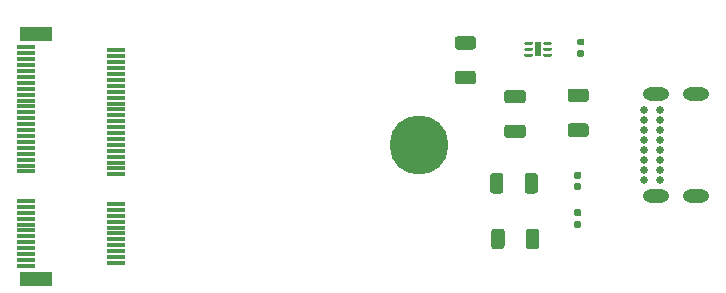
<source format=gbr>
%TF.GenerationSoftware,KiCad,Pcbnew,(5.1.10)-1*%
%TF.CreationDate,2021-11-29T10:36:54-06:00*%
%TF.ProjectId,m2-USBC-Adapter,6d322d55-5342-4432-9d41-646170746572,rev?*%
%TF.SameCoordinates,Original*%
%TF.FileFunction,Soldermask,Top*%
%TF.FilePolarity,Negative*%
%FSLAX46Y46*%
G04 Gerber Fmt 4.6, Leading zero omitted, Abs format (unit mm)*
G04 Created by KiCad (PCBNEW (5.1.10)-1) date 2021-11-29 10:36:54*
%MOMM*%
%LPD*%
G01*
G04 APERTURE LIST*
%ADD10R,0.500000X1.260000*%
%ADD11R,2.750000X1.200000*%
%ADD12R,1.550000X0.300000*%
%ADD13O,2.216000X1.108000*%
%ADD14C,0.650000*%
%ADD15C,5.000000*%
G04 APERTURE END LIST*
D10*
%TO.C,U1*%
X124250000Y-86400000D03*
G36*
G01*
X123800000Y-86837500D02*
X123800000Y-86962500D01*
G75*
G02*
X123737500Y-87025000I-62500J0D01*
G01*
X123162500Y-87025000D01*
G75*
G02*
X123100000Y-86962500I0J62500D01*
G01*
X123100000Y-86837500D01*
G75*
G02*
X123162500Y-86775000I62500J0D01*
G01*
X123737500Y-86775000D01*
G75*
G02*
X123800000Y-86837500I0J-62500D01*
G01*
G37*
G36*
G01*
X123800000Y-86337500D02*
X123800000Y-86462500D01*
G75*
G02*
X123737500Y-86525000I-62500J0D01*
G01*
X123162500Y-86525000D01*
G75*
G02*
X123100000Y-86462500I0J62500D01*
G01*
X123100000Y-86337500D01*
G75*
G02*
X123162500Y-86275000I62500J0D01*
G01*
X123737500Y-86275000D01*
G75*
G02*
X123800000Y-86337500I0J-62500D01*
G01*
G37*
G36*
G01*
X123800000Y-85837500D02*
X123800000Y-85962500D01*
G75*
G02*
X123737500Y-86025000I-62500J0D01*
G01*
X123162500Y-86025000D01*
G75*
G02*
X123100000Y-85962500I0J62500D01*
G01*
X123100000Y-85837500D01*
G75*
G02*
X123162500Y-85775000I62500J0D01*
G01*
X123737500Y-85775000D01*
G75*
G02*
X123800000Y-85837500I0J-62500D01*
G01*
G37*
G36*
G01*
X125400000Y-85837500D02*
X125400000Y-85962500D01*
G75*
G02*
X125337500Y-86025000I-62500J0D01*
G01*
X124762500Y-86025000D01*
G75*
G02*
X124700000Y-85962500I0J62500D01*
G01*
X124700000Y-85837500D01*
G75*
G02*
X124762500Y-85775000I62500J0D01*
G01*
X125337500Y-85775000D01*
G75*
G02*
X125400000Y-85837500I0J-62500D01*
G01*
G37*
G36*
G01*
X125400000Y-86337500D02*
X125400000Y-86462500D01*
G75*
G02*
X125337500Y-86525000I-62500J0D01*
G01*
X124762500Y-86525000D01*
G75*
G02*
X124700000Y-86462500I0J62500D01*
G01*
X124700000Y-86337500D01*
G75*
G02*
X124762500Y-86275000I62500J0D01*
G01*
X125337500Y-86275000D01*
G75*
G02*
X125400000Y-86337500I0J-62500D01*
G01*
G37*
G36*
G01*
X125400000Y-86837500D02*
X125400000Y-86962500D01*
G75*
G02*
X125337500Y-87025000I-62500J0D01*
G01*
X124762500Y-87025000D01*
G75*
G02*
X124700000Y-86962500I0J62500D01*
G01*
X124700000Y-86837500D01*
G75*
G02*
X124762500Y-86775000I62500J0D01*
G01*
X125337500Y-86775000D01*
G75*
G02*
X125400000Y-86837500I0J-62500D01*
G01*
G37*
%TD*%
%TO.C,R2*%
G36*
G01*
X123112500Y-98375001D02*
X123112500Y-97124999D01*
G75*
G02*
X123362499Y-96875000I249999J0D01*
G01*
X123987501Y-96875000D01*
G75*
G02*
X124237500Y-97124999I0J-249999D01*
G01*
X124237500Y-98375001D01*
G75*
G02*
X123987501Y-98625000I-249999J0D01*
G01*
X123362499Y-98625000D01*
G75*
G02*
X123112500Y-98375001I0J249999D01*
G01*
G37*
G36*
G01*
X120187500Y-98375001D02*
X120187500Y-97124999D01*
G75*
G02*
X120437499Y-96875000I249999J0D01*
G01*
X121062501Y-96875000D01*
G75*
G02*
X121312500Y-97124999I0J-249999D01*
G01*
X121312500Y-98375001D01*
G75*
G02*
X121062501Y-98625000I-249999J0D01*
G01*
X120437499Y-98625000D01*
G75*
G02*
X120187500Y-98375001I0J249999D01*
G01*
G37*
%TD*%
%TO.C,R1*%
G36*
G01*
X123212500Y-103075001D02*
X123212500Y-101824999D01*
G75*
G02*
X123462499Y-101575000I249999J0D01*
G01*
X124087501Y-101575000D01*
G75*
G02*
X124337500Y-101824999I0J-249999D01*
G01*
X124337500Y-103075001D01*
G75*
G02*
X124087501Y-103325000I-249999J0D01*
G01*
X123462499Y-103325000D01*
G75*
G02*
X123212500Y-103075001I0J249999D01*
G01*
G37*
G36*
G01*
X120287500Y-103075001D02*
X120287500Y-101824999D01*
G75*
G02*
X120537499Y-101575000I249999J0D01*
G01*
X121162501Y-101575000D01*
G75*
G02*
X121412500Y-101824999I0J-249999D01*
G01*
X121412500Y-103075001D01*
G75*
G02*
X121162501Y-103325000I-249999J0D01*
G01*
X120537499Y-103325000D01*
G75*
G02*
X120287500Y-103075001I0J249999D01*
G01*
G37*
%TD*%
D11*
%TO.C,J2*%
X81710000Y-85140000D03*
X81710000Y-105840000D03*
D12*
X80935000Y-86240000D03*
X88485000Y-86490000D03*
X80935000Y-86740000D03*
X88485000Y-86990000D03*
X80935000Y-87240000D03*
X88485000Y-87490000D03*
X80935000Y-87740000D03*
X88485000Y-87990000D03*
X80935000Y-88240000D03*
X88485000Y-88490000D03*
X80935000Y-88740000D03*
X88485000Y-88990000D03*
X80935000Y-89240000D03*
X88485000Y-89490000D03*
X80935000Y-89740000D03*
X88485000Y-89990000D03*
X80935000Y-90240000D03*
X88485000Y-90490000D03*
X80935000Y-90740000D03*
X88485000Y-90990000D03*
X80935000Y-91240000D03*
X88485000Y-91490000D03*
X80935000Y-91740000D03*
X88485000Y-91990000D03*
X80935000Y-92240000D03*
X88485000Y-92490000D03*
X80935000Y-92740000D03*
X88485000Y-92990000D03*
X80935000Y-93240000D03*
X88485000Y-93490000D03*
X80935000Y-93740000D03*
X88485000Y-93990000D03*
X80935000Y-94240000D03*
X88485000Y-94490000D03*
X80935000Y-94740000D03*
X88485000Y-94990000D03*
X80935000Y-95240000D03*
X88485000Y-95490000D03*
X80935000Y-95740000D03*
X88485000Y-95990000D03*
X80935000Y-96240000D03*
X88485000Y-96490000D03*
X80935000Y-96740000D03*
X88485000Y-96990000D03*
X80935000Y-99240000D03*
X88485000Y-99490000D03*
X80935000Y-99740000D03*
X88485000Y-99990000D03*
X80935000Y-100240000D03*
X88485000Y-100490000D03*
X80935000Y-100740000D03*
X88485000Y-100990000D03*
X80935000Y-101240000D03*
X88485000Y-101490000D03*
X80935000Y-101740000D03*
X88485000Y-101990000D03*
X80935000Y-102240000D03*
X88485000Y-102490000D03*
X80935000Y-102740000D03*
X88485000Y-102990000D03*
X80935000Y-103240000D03*
X88485000Y-103490000D03*
X80935000Y-103740000D03*
X88485000Y-103990000D03*
X80935000Y-104240000D03*
X88485000Y-104490000D03*
X80935000Y-104740000D03*
%TD*%
D13*
%TO.C,J1*%
X137585000Y-98815000D03*
X137585000Y-90165000D03*
X134205000Y-90165000D03*
X134205000Y-98815000D03*
D14*
X134575000Y-97465000D03*
X134575000Y-96615000D03*
X134575000Y-95765000D03*
X134575000Y-94915000D03*
X134575000Y-94065000D03*
X134575000Y-93215000D03*
X134575000Y-92365000D03*
X134575000Y-91515000D03*
X133225000Y-91515000D03*
X133225000Y-92365000D03*
X133225000Y-93215000D03*
X133225000Y-94065000D03*
X133225000Y-94915000D03*
X133225000Y-95765000D03*
X133225000Y-96615000D03*
X133225000Y-97465000D03*
%TD*%
D15*
%TO.C,H1*%
X114150000Y-94500000D03*
%TD*%
%TO.C,D3*%
G36*
G01*
X127427500Y-97725000D02*
X127772500Y-97725000D01*
G75*
G02*
X127920000Y-97872500I0J-147500D01*
G01*
X127920000Y-98167500D01*
G75*
G02*
X127772500Y-98315000I-147500J0D01*
G01*
X127427500Y-98315000D01*
G75*
G02*
X127280000Y-98167500I0J147500D01*
G01*
X127280000Y-97872500D01*
G75*
G02*
X127427500Y-97725000I147500J0D01*
G01*
G37*
G36*
G01*
X127427500Y-96755000D02*
X127772500Y-96755000D01*
G75*
G02*
X127920000Y-96902500I0J-147500D01*
G01*
X127920000Y-97197500D01*
G75*
G02*
X127772500Y-97345000I-147500J0D01*
G01*
X127427500Y-97345000D01*
G75*
G02*
X127280000Y-97197500I0J147500D01*
G01*
X127280000Y-96902500D01*
G75*
G02*
X127427500Y-96755000I147500J0D01*
G01*
G37*
%TD*%
%TO.C,D2*%
G36*
G01*
X127772500Y-100545000D02*
X127427500Y-100545000D01*
G75*
G02*
X127280000Y-100397500I0J147500D01*
G01*
X127280000Y-100102500D01*
G75*
G02*
X127427500Y-99955000I147500J0D01*
G01*
X127772500Y-99955000D01*
G75*
G02*
X127920000Y-100102500I0J-147500D01*
G01*
X127920000Y-100397500D01*
G75*
G02*
X127772500Y-100545000I-147500J0D01*
G01*
G37*
G36*
G01*
X127772500Y-101515000D02*
X127427500Y-101515000D01*
G75*
G02*
X127280000Y-101367500I0J147500D01*
G01*
X127280000Y-101072500D01*
G75*
G02*
X127427500Y-100925000I147500J0D01*
G01*
X127772500Y-100925000D01*
G75*
G02*
X127920000Y-101072500I0J-147500D01*
G01*
X127920000Y-101367500D01*
G75*
G02*
X127772500Y-101515000I-147500J0D01*
G01*
G37*
%TD*%
%TO.C,D1*%
G36*
G01*
X127677500Y-86455000D02*
X128022500Y-86455000D01*
G75*
G02*
X128170000Y-86602500I0J-147500D01*
G01*
X128170000Y-86897500D01*
G75*
G02*
X128022500Y-87045000I-147500J0D01*
G01*
X127677500Y-87045000D01*
G75*
G02*
X127530000Y-86897500I0J147500D01*
G01*
X127530000Y-86602500D01*
G75*
G02*
X127677500Y-86455000I147500J0D01*
G01*
G37*
G36*
G01*
X127677500Y-85485000D02*
X128022500Y-85485000D01*
G75*
G02*
X128170000Y-85632500I0J-147500D01*
G01*
X128170000Y-85927500D01*
G75*
G02*
X128022500Y-86075000I-147500J0D01*
G01*
X127677500Y-86075000D01*
G75*
G02*
X127530000Y-85927500I0J147500D01*
G01*
X127530000Y-85632500D01*
G75*
G02*
X127677500Y-85485000I147500J0D01*
G01*
G37*
%TD*%
%TO.C,C3*%
G36*
G01*
X121649999Y-92775000D02*
X122950001Y-92775000D01*
G75*
G02*
X123200000Y-93024999I0J-249999D01*
G01*
X123200000Y-93675001D01*
G75*
G02*
X122950001Y-93925000I-249999J0D01*
G01*
X121649999Y-93925000D01*
G75*
G02*
X121400000Y-93675001I0J249999D01*
G01*
X121400000Y-93024999D01*
G75*
G02*
X121649999Y-92775000I249999J0D01*
G01*
G37*
G36*
G01*
X121649999Y-89825000D02*
X122950001Y-89825000D01*
G75*
G02*
X123200000Y-90074999I0J-249999D01*
G01*
X123200000Y-90725001D01*
G75*
G02*
X122950001Y-90975000I-249999J0D01*
G01*
X121649999Y-90975000D01*
G75*
G02*
X121400000Y-90725001I0J249999D01*
G01*
X121400000Y-90074999D01*
G75*
G02*
X121649999Y-89825000I249999J0D01*
G01*
G37*
%TD*%
%TO.C,C2*%
G36*
G01*
X117449999Y-88225000D02*
X118750001Y-88225000D01*
G75*
G02*
X119000000Y-88474999I0J-249999D01*
G01*
X119000000Y-89125001D01*
G75*
G02*
X118750001Y-89375000I-249999J0D01*
G01*
X117449999Y-89375000D01*
G75*
G02*
X117200000Y-89125001I0J249999D01*
G01*
X117200000Y-88474999D01*
G75*
G02*
X117449999Y-88225000I249999J0D01*
G01*
G37*
G36*
G01*
X117449999Y-85275000D02*
X118750001Y-85275000D01*
G75*
G02*
X119000000Y-85524999I0J-249999D01*
G01*
X119000000Y-86175001D01*
G75*
G02*
X118750001Y-86425000I-249999J0D01*
G01*
X117449999Y-86425000D01*
G75*
G02*
X117200000Y-86175001I0J249999D01*
G01*
X117200000Y-85524999D01*
G75*
G02*
X117449999Y-85275000I249999J0D01*
G01*
G37*
%TD*%
%TO.C,C1*%
G36*
G01*
X128300001Y-90875000D02*
X126999999Y-90875000D01*
G75*
G02*
X126750000Y-90625001I0J249999D01*
G01*
X126750000Y-89974999D01*
G75*
G02*
X126999999Y-89725000I249999J0D01*
G01*
X128300001Y-89725000D01*
G75*
G02*
X128550000Y-89974999I0J-249999D01*
G01*
X128550000Y-90625001D01*
G75*
G02*
X128300001Y-90875000I-249999J0D01*
G01*
G37*
G36*
G01*
X128300001Y-93825000D02*
X126999999Y-93825000D01*
G75*
G02*
X126750000Y-93575001I0J249999D01*
G01*
X126750000Y-92924999D01*
G75*
G02*
X126999999Y-92675000I249999J0D01*
G01*
X128300001Y-92675000D01*
G75*
G02*
X128550000Y-92924999I0J-249999D01*
G01*
X128550000Y-93575001D01*
G75*
G02*
X128300001Y-93825000I-249999J0D01*
G01*
G37*
%TD*%
M02*

</source>
